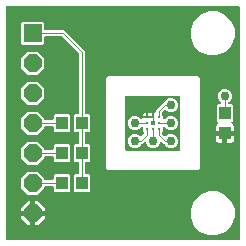
<source format=gbr>
G04 EAGLE Gerber RS-274X export*
G75*
%MOMM*%
%FSLAX34Y34*%
%LPD*%
%INTop Copper*%
%IPPOS*%
%AMOC8*
5,1,8,0,0,1.08239X$1,22.5*%
G01*
%ADD10R,0.381000X0.381000*%
%ADD11C,0.300000*%
%ADD12R,1.000000X1.100000*%
%ADD13R,1.524000X1.524000*%
%ADD14P,1.649562X8X22.500000*%
%ADD15C,0.101600*%
%ADD16C,0.762000*%

G36*
X199702Y2549D02*
X199702Y2549D01*
X199760Y2547D01*
X199842Y2569D01*
X199926Y2581D01*
X199979Y2604D01*
X200035Y2619D01*
X200108Y2662D01*
X200185Y2697D01*
X200230Y2735D01*
X200280Y2764D01*
X200338Y2826D01*
X200402Y2880D01*
X200434Y2929D01*
X200474Y2972D01*
X200513Y3047D01*
X200560Y3117D01*
X200577Y3173D01*
X200604Y3225D01*
X200615Y3293D01*
X200645Y3388D01*
X200648Y3488D01*
X200659Y3556D01*
X200659Y199644D01*
X200651Y199702D01*
X200653Y199760D01*
X200631Y199842D01*
X200619Y199926D01*
X200596Y199979D01*
X200581Y200035D01*
X200538Y200108D01*
X200503Y200185D01*
X200465Y200230D01*
X200436Y200280D01*
X200374Y200338D01*
X200320Y200402D01*
X200271Y200434D01*
X200228Y200474D01*
X200153Y200513D01*
X200083Y200560D01*
X200027Y200577D01*
X199975Y200604D01*
X199907Y200615D01*
X199812Y200645D01*
X199712Y200648D01*
X199644Y200659D01*
X3556Y200659D01*
X3498Y200651D01*
X3440Y200653D01*
X3358Y200631D01*
X3274Y200619D01*
X3221Y200596D01*
X3165Y200581D01*
X3092Y200538D01*
X3015Y200503D01*
X2970Y200465D01*
X2920Y200436D01*
X2862Y200374D01*
X2798Y200320D01*
X2766Y200271D01*
X2726Y200228D01*
X2687Y200153D01*
X2640Y200083D01*
X2623Y200027D01*
X2596Y199975D01*
X2585Y199907D01*
X2555Y199812D01*
X2552Y199712D01*
X2541Y199644D01*
X2541Y3556D01*
X2549Y3498D01*
X2547Y3440D01*
X2569Y3358D01*
X2581Y3274D01*
X2604Y3221D01*
X2619Y3165D01*
X2662Y3092D01*
X2697Y3015D01*
X2735Y2970D01*
X2764Y2920D01*
X2826Y2862D01*
X2880Y2798D01*
X2929Y2766D01*
X2972Y2726D01*
X3047Y2687D01*
X3117Y2640D01*
X3173Y2623D01*
X3225Y2596D01*
X3293Y2585D01*
X3388Y2555D01*
X3488Y2552D01*
X3556Y2541D01*
X199644Y2541D01*
X199702Y2549D01*
G37*
%LPC*%
G36*
X88693Y62102D02*
X88693Y62102D01*
X87502Y63293D01*
X87502Y77458D01*
X87503Y77464D01*
X87503Y125737D01*
X87502Y125745D01*
X87502Y139907D01*
X88693Y141098D01*
X165307Y141098D01*
X166498Y139907D01*
X166498Y63293D01*
X165307Y62102D01*
X88693Y62102D01*
G37*
%LPD*%
G36*
X149411Y78241D02*
X149411Y78241D01*
X149469Y78239D01*
X149551Y78261D01*
X149635Y78273D01*
X149688Y78296D01*
X149744Y78311D01*
X149817Y78354D01*
X149894Y78389D01*
X149939Y78427D01*
X149989Y78456D01*
X150047Y78518D01*
X150111Y78572D01*
X150143Y78621D01*
X150183Y78664D01*
X150222Y78739D01*
X150269Y78809D01*
X150286Y78865D01*
X150313Y78917D01*
X150324Y78985D01*
X150354Y79080D01*
X150357Y79180D01*
X150368Y79248D01*
X150368Y123953D01*
X150360Y124011D01*
X150362Y124069D01*
X150340Y124151D01*
X150328Y124235D01*
X150305Y124288D01*
X150290Y124344D01*
X150247Y124417D01*
X150212Y124494D01*
X150174Y124539D01*
X150145Y124589D01*
X150083Y124647D01*
X150029Y124711D01*
X149980Y124743D01*
X149937Y124783D01*
X149862Y124822D01*
X149792Y124869D01*
X149736Y124886D01*
X149684Y124913D01*
X149616Y124924D01*
X149521Y124954D01*
X149421Y124957D01*
X149353Y124968D01*
X104648Y124968D01*
X104590Y124960D01*
X104532Y124962D01*
X104450Y124940D01*
X104366Y124928D01*
X104313Y124905D01*
X104257Y124890D01*
X104184Y124847D01*
X104107Y124812D01*
X104062Y124774D01*
X104012Y124745D01*
X103954Y124683D01*
X103890Y124629D01*
X103858Y124580D01*
X103818Y124537D01*
X103779Y124462D01*
X103732Y124392D01*
X103715Y124336D01*
X103688Y124284D01*
X103677Y124216D01*
X103647Y124121D01*
X103644Y124021D01*
X103633Y123953D01*
X103633Y79248D01*
X103641Y79190D01*
X103639Y79132D01*
X103661Y79050D01*
X103673Y78966D01*
X103696Y78913D01*
X103711Y78857D01*
X103754Y78784D01*
X103789Y78707D01*
X103827Y78662D01*
X103856Y78612D01*
X103918Y78554D01*
X103972Y78490D01*
X104021Y78458D01*
X104064Y78418D01*
X104139Y78379D01*
X104209Y78332D01*
X104265Y78315D01*
X104317Y78288D01*
X104385Y78277D01*
X104480Y78247D01*
X104580Y78244D01*
X104648Y78233D01*
X149353Y78233D01*
X149411Y78241D01*
G37*
%LPC*%
G36*
X61078Y43267D02*
X61078Y43267D01*
X59887Y44458D01*
X59887Y57142D01*
X61078Y58333D01*
X63364Y58333D01*
X63422Y58341D01*
X63480Y58339D01*
X63562Y58361D01*
X63646Y58373D01*
X63699Y58396D01*
X63755Y58411D01*
X63828Y58454D01*
X63905Y58489D01*
X63950Y58527D01*
X64000Y58556D01*
X64058Y58618D01*
X64122Y58672D01*
X64154Y58721D01*
X64194Y58764D01*
X64233Y58839D01*
X64280Y58909D01*
X64297Y58965D01*
X64324Y59017D01*
X64335Y59085D01*
X64365Y59180D01*
X64368Y59280D01*
X64379Y59348D01*
X64379Y67652D01*
X64371Y67710D01*
X64373Y67768D01*
X64351Y67850D01*
X64339Y67934D01*
X64316Y67987D01*
X64301Y68043D01*
X64258Y68116D01*
X64223Y68193D01*
X64185Y68238D01*
X64156Y68288D01*
X64094Y68346D01*
X64040Y68410D01*
X63991Y68442D01*
X63948Y68482D01*
X63873Y68521D01*
X63803Y68568D01*
X63747Y68585D01*
X63695Y68612D01*
X63627Y68623D01*
X63532Y68653D01*
X63432Y68656D01*
X63364Y68667D01*
X61078Y68667D01*
X59887Y69858D01*
X59887Y82542D01*
X61078Y83733D01*
X63364Y83733D01*
X63422Y83741D01*
X63480Y83739D01*
X63562Y83761D01*
X63646Y83773D01*
X63699Y83796D01*
X63755Y83811D01*
X63828Y83854D01*
X63905Y83889D01*
X63950Y83927D01*
X64000Y83956D01*
X64058Y84018D01*
X64122Y84072D01*
X64154Y84121D01*
X64194Y84164D01*
X64233Y84239D01*
X64280Y84309D01*
X64297Y84365D01*
X64324Y84417D01*
X64335Y84485D01*
X64365Y84580D01*
X64368Y84680D01*
X64379Y84748D01*
X64379Y93052D01*
X64371Y93110D01*
X64373Y93168D01*
X64351Y93250D01*
X64339Y93334D01*
X64316Y93387D01*
X64301Y93443D01*
X64258Y93516D01*
X64223Y93593D01*
X64185Y93638D01*
X64156Y93688D01*
X64094Y93746D01*
X64040Y93810D01*
X63991Y93842D01*
X63948Y93882D01*
X63873Y93921D01*
X63803Y93968D01*
X63747Y93985D01*
X63695Y94012D01*
X63627Y94023D01*
X63532Y94053D01*
X63432Y94056D01*
X63364Y94067D01*
X61078Y94067D01*
X59887Y95258D01*
X59887Y107942D01*
X61078Y109133D01*
X63364Y109133D01*
X63422Y109141D01*
X63480Y109139D01*
X63562Y109161D01*
X63646Y109173D01*
X63699Y109196D01*
X63755Y109211D01*
X63828Y109254D01*
X63905Y109289D01*
X63950Y109327D01*
X64000Y109356D01*
X64058Y109418D01*
X64122Y109472D01*
X64154Y109521D01*
X64194Y109564D01*
X64233Y109639D01*
X64280Y109709D01*
X64297Y109765D01*
X64324Y109817D01*
X64335Y109885D01*
X64365Y109980D01*
X64368Y110080D01*
X64379Y110148D01*
X64379Y160207D01*
X64367Y160294D01*
X64364Y160381D01*
X64347Y160434D01*
X64339Y160489D01*
X64304Y160568D01*
X64277Y160652D01*
X64249Y160691D01*
X64223Y160748D01*
X64127Y160861D01*
X64082Y160925D01*
X50045Y174962D01*
X49975Y175014D01*
X49911Y175074D01*
X49862Y175100D01*
X49818Y175133D01*
X49736Y175164D01*
X49658Y175204D01*
X49611Y175212D01*
X49552Y175234D01*
X49404Y175246D01*
X49327Y175259D01*
X36068Y175259D01*
X36010Y175251D01*
X35952Y175253D01*
X35870Y175231D01*
X35786Y175219D01*
X35733Y175196D01*
X35677Y175181D01*
X35604Y175138D01*
X35527Y175103D01*
X35482Y175065D01*
X35432Y175036D01*
X35374Y174974D01*
X35310Y174920D01*
X35278Y174871D01*
X35238Y174828D01*
X35199Y174753D01*
X35152Y174683D01*
X35135Y174627D01*
X35108Y174575D01*
X35097Y174507D01*
X35067Y174412D01*
X35064Y174312D01*
X35053Y174244D01*
X35053Y169338D01*
X33862Y168147D01*
X16938Y168147D01*
X15747Y169338D01*
X15747Y186262D01*
X16938Y187453D01*
X33862Y187453D01*
X35053Y186262D01*
X35053Y181356D01*
X35061Y181298D01*
X35059Y181240D01*
X35081Y181158D01*
X35093Y181074D01*
X35116Y181021D01*
X35131Y180965D01*
X35174Y180892D01*
X35209Y180815D01*
X35247Y180770D01*
X35276Y180720D01*
X35338Y180662D01*
X35392Y180598D01*
X35441Y180566D01*
X35484Y180526D01*
X35559Y180487D01*
X35629Y180440D01*
X35685Y180423D01*
X35737Y180396D01*
X35805Y180385D01*
X35900Y180355D01*
X36000Y180352D01*
X36068Y180341D01*
X51852Y180341D01*
X69461Y162732D01*
X69461Y110148D01*
X69469Y110092D01*
X69467Y110041D01*
X69468Y110040D01*
X69467Y110032D01*
X69489Y109950D01*
X69501Y109866D01*
X69524Y109813D01*
X69539Y109757D01*
X69582Y109684D01*
X69617Y109607D01*
X69655Y109562D01*
X69684Y109512D01*
X69746Y109454D01*
X69800Y109390D01*
X69849Y109358D01*
X69892Y109318D01*
X69967Y109279D01*
X70037Y109232D01*
X70093Y109215D01*
X70145Y109188D01*
X70213Y109177D01*
X70308Y109147D01*
X70408Y109144D01*
X70476Y109133D01*
X72762Y109133D01*
X73953Y107942D01*
X73953Y95258D01*
X72762Y94067D01*
X70476Y94067D01*
X70418Y94059D01*
X70360Y94061D01*
X70278Y94039D01*
X70194Y94027D01*
X70141Y94004D01*
X70085Y93989D01*
X70012Y93946D01*
X69935Y93911D01*
X69890Y93873D01*
X69840Y93844D01*
X69782Y93782D01*
X69718Y93728D01*
X69686Y93679D01*
X69646Y93636D01*
X69607Y93561D01*
X69560Y93491D01*
X69543Y93435D01*
X69516Y93383D01*
X69505Y93315D01*
X69475Y93220D01*
X69472Y93120D01*
X69461Y93052D01*
X69461Y84748D01*
X69468Y84694D01*
X69467Y84660D01*
X69468Y84657D01*
X69467Y84632D01*
X69489Y84550D01*
X69501Y84466D01*
X69524Y84413D01*
X69539Y84357D01*
X69582Y84284D01*
X69617Y84207D01*
X69655Y84162D01*
X69684Y84112D01*
X69746Y84054D01*
X69800Y83990D01*
X69849Y83958D01*
X69892Y83918D01*
X69967Y83879D01*
X70037Y83832D01*
X70093Y83815D01*
X70145Y83788D01*
X70213Y83777D01*
X70308Y83747D01*
X70408Y83744D01*
X70476Y83733D01*
X72762Y83733D01*
X73953Y82542D01*
X73953Y69858D01*
X72762Y68667D01*
X70476Y68667D01*
X70418Y68659D01*
X70360Y68661D01*
X70278Y68639D01*
X70194Y68627D01*
X70141Y68604D01*
X70085Y68589D01*
X70012Y68546D01*
X69935Y68511D01*
X69890Y68473D01*
X69840Y68444D01*
X69782Y68382D01*
X69718Y68328D01*
X69686Y68279D01*
X69646Y68236D01*
X69607Y68161D01*
X69560Y68091D01*
X69543Y68035D01*
X69516Y67983D01*
X69505Y67915D01*
X69475Y67820D01*
X69472Y67720D01*
X69461Y67652D01*
X69461Y59348D01*
X69468Y59297D01*
X69467Y59278D01*
X69469Y59274D01*
X69467Y59232D01*
X69489Y59150D01*
X69501Y59066D01*
X69524Y59013D01*
X69539Y58957D01*
X69582Y58884D01*
X69617Y58807D01*
X69655Y58762D01*
X69684Y58712D01*
X69746Y58654D01*
X69800Y58590D01*
X69849Y58558D01*
X69892Y58518D01*
X69967Y58479D01*
X70037Y58432D01*
X70093Y58415D01*
X70145Y58388D01*
X70213Y58377D01*
X70308Y58347D01*
X70408Y58344D01*
X70476Y58333D01*
X72762Y58333D01*
X73953Y57142D01*
X73953Y44458D01*
X72762Y43267D01*
X61078Y43267D01*
G37*
%LPD*%
%LPC*%
G36*
X174112Y159259D02*
X174112Y159259D01*
X167297Y162082D01*
X162082Y167297D01*
X159259Y174112D01*
X159259Y181488D01*
X162082Y188303D01*
X167297Y193518D01*
X174112Y196341D01*
X181488Y196341D01*
X188303Y193518D01*
X193518Y188303D01*
X196341Y181488D01*
X196341Y174112D01*
X193518Y167297D01*
X188303Y162082D01*
X181488Y159259D01*
X174112Y159259D01*
G37*
%LPD*%
%LPC*%
G36*
X174112Y6859D02*
X174112Y6859D01*
X167297Y9682D01*
X162082Y14897D01*
X159259Y21712D01*
X159259Y29088D01*
X162082Y35903D01*
X167297Y41118D01*
X174112Y43941D01*
X181488Y43941D01*
X188303Y41118D01*
X193518Y35903D01*
X196341Y29088D01*
X196341Y21712D01*
X193518Y14897D01*
X188303Y9682D01*
X181488Y6859D01*
X174112Y6859D01*
G37*
%LPD*%
%LPC*%
G36*
X110598Y80517D02*
X110598Y80517D01*
X108450Y81407D01*
X106807Y83050D01*
X105917Y85198D01*
X105917Y87522D01*
X106807Y89670D01*
X108450Y91313D01*
X110598Y92203D01*
X112922Y92203D01*
X115070Y91313D01*
X115917Y90466D01*
X115964Y90431D01*
X116004Y90388D01*
X116077Y90346D01*
X116144Y90295D01*
X116199Y90274D01*
X116249Y90245D01*
X116331Y90224D01*
X116410Y90194D01*
X116468Y90189D01*
X116525Y90175D01*
X116609Y90177D01*
X116693Y90170D01*
X116750Y90182D01*
X116809Y90184D01*
X116889Y90210D01*
X116972Y90226D01*
X117024Y90253D01*
X117079Y90271D01*
X117136Y90311D01*
X117224Y90357D01*
X117297Y90426D01*
X117353Y90466D01*
X119162Y92275D01*
X119214Y92345D01*
X119274Y92409D01*
X119300Y92458D01*
X119333Y92502D01*
X119364Y92584D01*
X119404Y92662D01*
X119412Y92709D01*
X119434Y92768D01*
X119446Y92916D01*
X119459Y92993D01*
X119459Y93724D01*
X119447Y93811D01*
X119444Y93898D01*
X119427Y93951D01*
X119419Y94006D01*
X119384Y94085D01*
X119357Y94169D01*
X119329Y94208D01*
X119303Y94265D01*
X119207Y94378D01*
X119162Y94442D01*
X118467Y95137D01*
X118467Y97593D01*
X118463Y97622D01*
X118466Y97652D01*
X118443Y97763D01*
X118427Y97875D01*
X118415Y97902D01*
X118410Y97930D01*
X118357Y98031D01*
X118311Y98134D01*
X118292Y98157D01*
X118279Y98183D01*
X118201Y98265D01*
X118128Y98351D01*
X118103Y98368D01*
X118083Y98389D01*
X117985Y98446D01*
X117891Y98509D01*
X117863Y98518D01*
X117838Y98533D01*
X117728Y98560D01*
X117620Y98595D01*
X117590Y98595D01*
X117562Y98603D01*
X117449Y98599D01*
X117336Y98602D01*
X117307Y98595D01*
X117278Y98594D01*
X117170Y98559D01*
X117061Y98530D01*
X117035Y98515D01*
X117007Y98506D01*
X116944Y98461D01*
X116816Y98385D01*
X116773Y98339D01*
X116734Y98311D01*
X115070Y96647D01*
X112922Y95757D01*
X110598Y95757D01*
X108450Y96647D01*
X106807Y98290D01*
X105917Y100438D01*
X105917Y102762D01*
X106807Y104910D01*
X108450Y106553D01*
X110598Y107443D01*
X112922Y107443D01*
X115070Y106553D01*
X116226Y105397D01*
X116250Y105379D01*
X116269Y105357D01*
X116363Y105294D01*
X116453Y105226D01*
X116481Y105215D01*
X116505Y105199D01*
X116613Y105165D01*
X116719Y105125D01*
X116748Y105122D01*
X116776Y105113D01*
X116890Y105110D01*
X117002Y105101D01*
X117031Y105107D01*
X117060Y105106D01*
X117170Y105135D01*
X117281Y105157D01*
X117307Y105170D01*
X117335Y105178D01*
X117433Y105236D01*
X117533Y105288D01*
X117555Y105308D01*
X117580Y105323D01*
X117657Y105406D01*
X117739Y105484D01*
X117754Y105509D01*
X117774Y105530D01*
X117802Y105585D01*
X122000Y105585D01*
X127000Y105585D01*
X127058Y105593D01*
X127116Y105591D01*
X127198Y105613D01*
X127281Y105624D01*
X127335Y105648D01*
X127391Y105663D01*
X127464Y105706D01*
X127541Y105741D01*
X127585Y105778D01*
X127635Y105808D01*
X127693Y105870D01*
X127758Y105924D01*
X127790Y105973D01*
X127830Y106016D01*
X127868Y106091D01*
X127915Y106161D01*
X127933Y106217D01*
X127959Y106269D01*
X127971Y106337D01*
X128001Y106432D01*
X128004Y106532D01*
X128015Y106600D01*
X128007Y106658D01*
X128008Y106716D01*
X127987Y106798D01*
X127975Y106882D01*
X127951Y106935D01*
X127936Y106992D01*
X127908Y107039D01*
X127947Y107109D01*
X127952Y107127D01*
X127960Y107143D01*
X127972Y107214D01*
X128012Y107386D01*
X128008Y107430D01*
X128015Y107474D01*
X128015Y110511D01*
X128181Y110467D01*
X128230Y110461D01*
X128276Y110446D01*
X128370Y110444D01*
X128463Y110432D01*
X128512Y110440D01*
X128560Y110439D01*
X128651Y110463D01*
X128744Y110477D01*
X128788Y110498D01*
X128835Y110511D01*
X128916Y110559D01*
X129001Y110599D01*
X129038Y110631D01*
X129080Y110656D01*
X129144Y110724D01*
X129215Y110786D01*
X129241Y110828D01*
X129274Y110863D01*
X129317Y110947D01*
X129368Y111026D01*
X129382Y111073D01*
X129404Y111116D01*
X129416Y111189D01*
X129448Y111299D01*
X129449Y111386D01*
X129459Y111447D01*
X129459Y112732D01*
X136108Y119381D01*
X136290Y119381D01*
X136291Y119381D01*
X136293Y119381D01*
X136434Y119401D01*
X136571Y119421D01*
X136573Y119421D01*
X136574Y119421D01*
X136703Y119479D01*
X136831Y119537D01*
X136832Y119538D01*
X136834Y119539D01*
X136943Y119632D01*
X137048Y119720D01*
X137049Y119722D01*
X137050Y119723D01*
X137058Y119736D01*
X137205Y119957D01*
X137215Y119986D01*
X137228Y120008D01*
X137287Y120150D01*
X138930Y121793D01*
X141078Y122683D01*
X143402Y122683D01*
X145550Y121793D01*
X147193Y120150D01*
X148083Y118002D01*
X148083Y115678D01*
X147193Y113530D01*
X145550Y111887D01*
X143402Y110997D01*
X141078Y110997D01*
X138930Y111887D01*
X138083Y112734D01*
X138036Y112769D01*
X137996Y112812D01*
X137923Y112854D01*
X137856Y112905D01*
X137801Y112926D01*
X137751Y112955D01*
X137669Y112976D01*
X137590Y113006D01*
X137532Y113011D01*
X137475Y113025D01*
X137391Y113023D01*
X137307Y113030D01*
X137250Y113018D01*
X137191Y113016D01*
X137111Y112990D01*
X137028Y112974D01*
X136976Y112947D01*
X136921Y112929D01*
X136864Y112889D01*
X136776Y112843D01*
X136703Y112774D01*
X136647Y112734D01*
X134838Y110925D01*
X134786Y110855D01*
X134726Y110791D01*
X134700Y110742D01*
X134667Y110698D01*
X134636Y110616D01*
X134596Y110538D01*
X134588Y110491D01*
X134566Y110432D01*
X134558Y110335D01*
X134555Y110325D01*
X134554Y110284D01*
X134541Y110207D01*
X134541Y109476D01*
X134553Y109389D01*
X134556Y109302D01*
X134573Y109249D01*
X134581Y109194D01*
X134616Y109115D01*
X134643Y109031D01*
X134671Y108992D01*
X134697Y108935D01*
X134793Y108822D01*
X134838Y108758D01*
X135533Y108063D01*
X135533Y105607D01*
X135537Y105578D01*
X135534Y105548D01*
X135557Y105437D01*
X135573Y105325D01*
X135585Y105298D01*
X135590Y105270D01*
X135643Y105169D01*
X135689Y105066D01*
X135708Y105043D01*
X135721Y105017D01*
X135799Y104935D01*
X135872Y104849D01*
X135897Y104832D01*
X135917Y104811D01*
X136015Y104754D01*
X136109Y104691D01*
X136137Y104682D01*
X136162Y104667D01*
X136272Y104640D01*
X136380Y104605D01*
X136410Y104605D01*
X136438Y104597D01*
X136551Y104601D01*
X136664Y104598D01*
X136693Y104605D01*
X136722Y104606D01*
X136830Y104641D01*
X136939Y104670D01*
X136965Y104685D01*
X136993Y104694D01*
X137056Y104739D01*
X137184Y104815D01*
X137227Y104861D01*
X137266Y104889D01*
X138930Y106553D01*
X141078Y107443D01*
X143402Y107443D01*
X145550Y106553D01*
X147193Y104910D01*
X148083Y102762D01*
X148083Y100438D01*
X147193Y98290D01*
X145550Y96647D01*
X143402Y95757D01*
X141078Y95757D01*
X138930Y96647D01*
X137266Y98311D01*
X137242Y98329D01*
X137223Y98351D01*
X137129Y98414D01*
X137039Y98482D01*
X137011Y98493D01*
X136987Y98509D01*
X136879Y98543D01*
X136773Y98583D01*
X136744Y98586D01*
X136716Y98595D01*
X136602Y98598D01*
X136490Y98607D01*
X136461Y98601D01*
X136432Y98602D01*
X136322Y98573D01*
X136211Y98551D01*
X136185Y98538D01*
X136157Y98530D01*
X136059Y98472D01*
X135959Y98420D01*
X135937Y98400D01*
X135912Y98385D01*
X135835Y98302D01*
X135753Y98224D01*
X135738Y98199D01*
X135718Y98178D01*
X135666Y98077D01*
X135609Y97979D01*
X135602Y97951D01*
X135588Y97924D01*
X135575Y97847D01*
X135539Y97704D01*
X135541Y97641D01*
X135533Y97593D01*
X135533Y95137D01*
X134918Y94522D01*
X134866Y94452D01*
X134806Y94388D01*
X134780Y94339D01*
X134747Y94295D01*
X134716Y94213D01*
X134676Y94135D01*
X134668Y94088D01*
X134646Y94029D01*
X134634Y93881D01*
X134621Y93804D01*
X134621Y92913D01*
X134633Y92826D01*
X134636Y92739D01*
X134653Y92686D01*
X134661Y92631D01*
X134696Y92552D01*
X134723Y92468D01*
X134751Y92429D01*
X134777Y92372D01*
X134835Y92303D01*
X134859Y92262D01*
X134892Y92232D01*
X134918Y92195D01*
X136647Y90466D01*
X136694Y90431D01*
X136734Y90388D01*
X136807Y90346D01*
X136874Y90295D01*
X136929Y90274D01*
X136980Y90245D01*
X137061Y90224D01*
X137140Y90194D01*
X137198Y90189D01*
X137255Y90175D01*
X137339Y90177D01*
X137423Y90170D01*
X137481Y90182D01*
X137539Y90184D01*
X137620Y90210D01*
X137702Y90226D01*
X137754Y90253D01*
X137810Y90271D01*
X137866Y90311D01*
X137954Y90357D01*
X138027Y90426D01*
X138083Y90466D01*
X138930Y91313D01*
X141078Y92203D01*
X143402Y92203D01*
X145550Y91313D01*
X147193Y89670D01*
X148083Y87522D01*
X148083Y85198D01*
X147193Y83050D01*
X145550Y81407D01*
X143402Y80517D01*
X141078Y80517D01*
X138930Y81407D01*
X137287Y83050D01*
X137228Y83192D01*
X137227Y83194D01*
X137227Y83195D01*
X137157Y83313D01*
X137083Y83437D01*
X137082Y83438D01*
X137081Y83440D01*
X136980Y83535D01*
X136877Y83633D01*
X136875Y83633D01*
X136874Y83634D01*
X136752Y83697D01*
X136624Y83763D01*
X136622Y83763D01*
X136621Y83764D01*
X136606Y83766D01*
X136345Y83818D01*
X136315Y83815D01*
X136290Y83819D01*
X136108Y83819D01*
X134470Y85457D01*
X134378Y85526D01*
X134290Y85600D01*
X134265Y85611D01*
X134242Y85628D01*
X134135Y85669D01*
X134030Y85716D01*
X134003Y85719D01*
X133977Y85729D01*
X133862Y85739D01*
X133749Y85755D01*
X133721Y85751D01*
X133693Y85753D01*
X133581Y85730D01*
X133467Y85714D01*
X133442Y85703D01*
X133415Y85697D01*
X133313Y85644D01*
X133208Y85597D01*
X133187Y85579D01*
X133162Y85566D01*
X133079Y85487D01*
X132992Y85413D01*
X132979Y85391D01*
X132956Y85370D01*
X132822Y85141D01*
X132814Y85128D01*
X131953Y83050D01*
X130310Y81407D01*
X128162Y80517D01*
X125838Y80517D01*
X123690Y81407D01*
X122047Y83050D01*
X121186Y85128D01*
X121128Y85227D01*
X121075Y85329D01*
X121056Y85349D01*
X121042Y85373D01*
X120958Y85451D01*
X120879Y85535D01*
X120855Y85549D01*
X120835Y85568D01*
X120733Y85621D01*
X120634Y85679D01*
X120607Y85685D01*
X120582Y85698D01*
X120469Y85720D01*
X120358Y85749D01*
X120331Y85748D01*
X120303Y85753D01*
X120189Y85743D01*
X120074Y85740D01*
X120048Y85731D01*
X120020Y85729D01*
X119913Y85687D01*
X119804Y85652D01*
X119783Y85638D01*
X119755Y85627D01*
X119543Y85466D01*
X119530Y85457D01*
X117892Y83819D01*
X117710Y83819D01*
X117709Y83819D01*
X117707Y83819D01*
X117566Y83799D01*
X117429Y83779D01*
X117427Y83779D01*
X117426Y83779D01*
X117296Y83720D01*
X117169Y83663D01*
X117168Y83662D01*
X117166Y83661D01*
X117057Y83568D01*
X116952Y83480D01*
X116951Y83478D01*
X116950Y83477D01*
X116942Y83464D01*
X116795Y83243D01*
X116785Y83214D01*
X116772Y83192D01*
X116713Y83050D01*
X115070Y81407D01*
X112922Y80517D01*
X110598Y80517D01*
G37*
%LPD*%
%LPC*%
G36*
X21402Y91947D02*
X21402Y91947D01*
X15747Y97602D01*
X15747Y105598D01*
X21402Y111253D01*
X29398Y111253D01*
X35053Y105598D01*
X35053Y105156D01*
X35061Y105098D01*
X35059Y105040D01*
X35081Y104958D01*
X35093Y104874D01*
X35116Y104821D01*
X35131Y104765D01*
X35174Y104692D01*
X35209Y104615D01*
X35247Y104570D01*
X35276Y104520D01*
X35338Y104462D01*
X35392Y104398D01*
X35441Y104366D01*
X35484Y104326D01*
X35559Y104287D01*
X35629Y104240D01*
X35685Y104223D01*
X35737Y104196D01*
X35805Y104185D01*
X35900Y104155D01*
X36000Y104152D01*
X36068Y104141D01*
X41872Y104141D01*
X41930Y104149D01*
X41988Y104147D01*
X42070Y104169D01*
X42154Y104181D01*
X42207Y104204D01*
X42263Y104219D01*
X42336Y104262D01*
X42413Y104297D01*
X42458Y104335D01*
X42508Y104364D01*
X42566Y104426D01*
X42630Y104480D01*
X42662Y104529D01*
X42702Y104572D01*
X42741Y104647D01*
X42788Y104717D01*
X42805Y104773D01*
X42832Y104825D01*
X42843Y104893D01*
X42873Y104988D01*
X42876Y105088D01*
X42887Y105156D01*
X42887Y107942D01*
X44078Y109133D01*
X55762Y109133D01*
X56953Y107942D01*
X56953Y95258D01*
X55762Y94067D01*
X44078Y94067D01*
X42887Y95258D01*
X42887Y98044D01*
X42879Y98102D01*
X42881Y98160D01*
X42859Y98242D01*
X42847Y98326D01*
X42824Y98379D01*
X42809Y98435D01*
X42766Y98508D01*
X42731Y98585D01*
X42693Y98630D01*
X42664Y98680D01*
X42602Y98738D01*
X42548Y98802D01*
X42499Y98834D01*
X42456Y98874D01*
X42381Y98913D01*
X42311Y98960D01*
X42255Y98977D01*
X42203Y99004D01*
X42135Y99015D01*
X42040Y99045D01*
X41940Y99048D01*
X41872Y99059D01*
X36068Y99059D01*
X36010Y99051D01*
X35952Y99053D01*
X35870Y99031D01*
X35786Y99019D01*
X35733Y98996D01*
X35677Y98981D01*
X35604Y98938D01*
X35527Y98903D01*
X35482Y98865D01*
X35432Y98836D01*
X35374Y98774D01*
X35310Y98720D01*
X35278Y98671D01*
X35238Y98628D01*
X35199Y98553D01*
X35152Y98483D01*
X35135Y98427D01*
X35108Y98375D01*
X35097Y98307D01*
X35067Y98212D01*
X35064Y98112D01*
X35053Y98044D01*
X35053Y97602D01*
X29398Y91947D01*
X21402Y91947D01*
G37*
%LPD*%
%LPC*%
G36*
X21402Y66547D02*
X21402Y66547D01*
X15747Y72202D01*
X15747Y80198D01*
X21402Y85853D01*
X29398Y85853D01*
X35053Y80198D01*
X35053Y79756D01*
X35061Y79698D01*
X35059Y79640D01*
X35081Y79558D01*
X35093Y79474D01*
X35116Y79421D01*
X35131Y79365D01*
X35174Y79292D01*
X35209Y79215D01*
X35247Y79170D01*
X35276Y79120D01*
X35338Y79062D01*
X35392Y78998D01*
X35441Y78966D01*
X35484Y78926D01*
X35559Y78887D01*
X35629Y78840D01*
X35685Y78823D01*
X35737Y78796D01*
X35805Y78785D01*
X35900Y78755D01*
X36000Y78752D01*
X36068Y78741D01*
X41872Y78741D01*
X41930Y78749D01*
X41988Y78747D01*
X42070Y78769D01*
X42154Y78781D01*
X42207Y78804D01*
X42263Y78819D01*
X42336Y78862D01*
X42413Y78897D01*
X42458Y78935D01*
X42508Y78964D01*
X42566Y79026D01*
X42630Y79080D01*
X42662Y79129D01*
X42702Y79172D01*
X42741Y79247D01*
X42788Y79317D01*
X42805Y79373D01*
X42832Y79425D01*
X42843Y79493D01*
X42873Y79588D01*
X42876Y79688D01*
X42887Y79756D01*
X42887Y82542D01*
X44078Y83733D01*
X55762Y83733D01*
X56953Y82542D01*
X56953Y69858D01*
X55762Y68667D01*
X44078Y68667D01*
X42887Y69858D01*
X42887Y72644D01*
X42880Y72694D01*
X42881Y72709D01*
X42879Y72714D01*
X42881Y72760D01*
X42859Y72842D01*
X42847Y72926D01*
X42824Y72979D01*
X42809Y73035D01*
X42766Y73108D01*
X42731Y73185D01*
X42693Y73230D01*
X42664Y73280D01*
X42602Y73338D01*
X42548Y73402D01*
X42499Y73434D01*
X42456Y73474D01*
X42381Y73513D01*
X42311Y73560D01*
X42255Y73577D01*
X42203Y73604D01*
X42135Y73615D01*
X42040Y73645D01*
X41940Y73648D01*
X41872Y73659D01*
X36068Y73659D01*
X36010Y73651D01*
X35952Y73653D01*
X35870Y73631D01*
X35786Y73619D01*
X35733Y73596D01*
X35677Y73581D01*
X35604Y73538D01*
X35527Y73503D01*
X35482Y73465D01*
X35432Y73436D01*
X35374Y73374D01*
X35310Y73320D01*
X35278Y73271D01*
X35238Y73228D01*
X35199Y73153D01*
X35152Y73083D01*
X35135Y73027D01*
X35108Y72975D01*
X35097Y72907D01*
X35067Y72812D01*
X35064Y72712D01*
X35053Y72644D01*
X35053Y72202D01*
X29398Y66547D01*
X21402Y66547D01*
G37*
%LPD*%
%LPC*%
G36*
X21402Y41147D02*
X21402Y41147D01*
X15747Y46802D01*
X15747Y54798D01*
X21402Y60453D01*
X29398Y60453D01*
X35053Y54798D01*
X35053Y54356D01*
X35061Y54298D01*
X35059Y54240D01*
X35081Y54158D01*
X35093Y54074D01*
X35116Y54021D01*
X35131Y53965D01*
X35174Y53892D01*
X35209Y53815D01*
X35247Y53770D01*
X35276Y53720D01*
X35338Y53662D01*
X35392Y53598D01*
X35441Y53566D01*
X35484Y53526D01*
X35559Y53487D01*
X35629Y53440D01*
X35685Y53423D01*
X35737Y53396D01*
X35805Y53385D01*
X35900Y53355D01*
X36000Y53352D01*
X36068Y53341D01*
X41872Y53341D01*
X41930Y53349D01*
X41988Y53347D01*
X42070Y53369D01*
X42154Y53381D01*
X42207Y53404D01*
X42263Y53419D01*
X42336Y53462D01*
X42413Y53497D01*
X42458Y53535D01*
X42508Y53564D01*
X42566Y53626D01*
X42630Y53680D01*
X42662Y53729D01*
X42702Y53772D01*
X42741Y53847D01*
X42788Y53917D01*
X42805Y53973D01*
X42832Y54025D01*
X42843Y54093D01*
X42873Y54188D01*
X42876Y54288D01*
X42887Y54356D01*
X42887Y57142D01*
X44078Y58333D01*
X55762Y58333D01*
X56953Y57142D01*
X56953Y44458D01*
X55762Y43267D01*
X44078Y43267D01*
X42887Y44458D01*
X42887Y47244D01*
X42880Y47297D01*
X42881Y47328D01*
X42880Y47331D01*
X42881Y47360D01*
X42859Y47442D01*
X42847Y47526D01*
X42824Y47579D01*
X42809Y47635D01*
X42766Y47708D01*
X42731Y47785D01*
X42693Y47830D01*
X42664Y47880D01*
X42602Y47938D01*
X42548Y48002D01*
X42499Y48034D01*
X42456Y48074D01*
X42381Y48113D01*
X42311Y48160D01*
X42255Y48177D01*
X42203Y48204D01*
X42135Y48215D01*
X42040Y48245D01*
X41940Y48248D01*
X41872Y48259D01*
X36068Y48259D01*
X36010Y48251D01*
X35952Y48253D01*
X35870Y48231D01*
X35786Y48219D01*
X35733Y48196D01*
X35677Y48181D01*
X35604Y48138D01*
X35527Y48103D01*
X35482Y48065D01*
X35432Y48036D01*
X35374Y47974D01*
X35310Y47920D01*
X35278Y47871D01*
X35238Y47828D01*
X35199Y47753D01*
X35152Y47683D01*
X35135Y47627D01*
X35108Y47575D01*
X35097Y47507D01*
X35067Y47412D01*
X35064Y47312D01*
X35053Y47244D01*
X35053Y46802D01*
X29398Y41147D01*
X21402Y41147D01*
G37*
%LPD*%
%LPC*%
G36*
X187959Y93099D02*
X187959Y93099D01*
X187959Y94116D01*
X187951Y94174D01*
X187952Y94232D01*
X187931Y94314D01*
X187919Y94397D01*
X187895Y94451D01*
X187881Y94507D01*
X187838Y94580D01*
X187803Y94657D01*
X187765Y94701D01*
X187735Y94752D01*
X187674Y94809D01*
X187619Y94874D01*
X187571Y94906D01*
X187528Y94946D01*
X187453Y94985D01*
X187383Y95031D01*
X187327Y95049D01*
X187275Y95076D01*
X187207Y95087D01*
X187112Y95117D01*
X187012Y95120D01*
X186944Y95131D01*
X180419Y95131D01*
X180419Y98934D01*
X180592Y99581D01*
X180927Y100160D01*
X181400Y100633D01*
X181936Y100942D01*
X181974Y100972D01*
X182017Y100995D01*
X182085Y101059D01*
X182159Y101118D01*
X182188Y101157D01*
X182223Y101191D01*
X182271Y101272D01*
X182326Y101348D01*
X182342Y101394D01*
X182367Y101436D01*
X182390Y101527D01*
X182422Y101615D01*
X182425Y101664D01*
X182437Y101711D01*
X182434Y101805D01*
X182440Y101899D01*
X182430Y101947D01*
X182428Y101996D01*
X182399Y102085D01*
X182379Y102177D01*
X182356Y102220D01*
X182341Y102266D01*
X182298Y102326D01*
X182243Y102427D01*
X182182Y102488D01*
X182146Y102539D01*
X180927Y103758D01*
X180927Y116442D01*
X182118Y117633D01*
X184073Y117633D01*
X184102Y117637D01*
X184132Y117634D01*
X184243Y117657D01*
X184355Y117673D01*
X184382Y117685D01*
X184410Y117690D01*
X184511Y117743D01*
X184614Y117789D01*
X184637Y117808D01*
X184663Y117821D01*
X184745Y117899D01*
X184831Y117972D01*
X184848Y117997D01*
X184869Y118017D01*
X184926Y118115D01*
X184989Y118209D01*
X184998Y118237D01*
X185013Y118262D01*
X185040Y118372D01*
X185075Y118480D01*
X185075Y118510D01*
X185083Y118538D01*
X185079Y118651D01*
X185082Y118764D01*
X185075Y118793D01*
X185074Y118822D01*
X185039Y118930D01*
X185010Y119039D01*
X184995Y119065D01*
X184986Y119093D01*
X184941Y119156D01*
X184865Y119284D01*
X184819Y119327D01*
X184791Y119366D01*
X183007Y121150D01*
X182117Y123298D01*
X182117Y125622D01*
X183007Y127770D01*
X184650Y129413D01*
X186798Y130303D01*
X189122Y130303D01*
X191270Y129413D01*
X192913Y127770D01*
X193803Y125622D01*
X193803Y123298D01*
X192913Y121150D01*
X191129Y119366D01*
X191111Y119342D01*
X191089Y119323D01*
X191026Y119229D01*
X190958Y119139D01*
X190947Y119111D01*
X190931Y119087D01*
X190897Y118979D01*
X190857Y118873D01*
X190854Y118844D01*
X190845Y118816D01*
X190842Y118702D01*
X190833Y118590D01*
X190839Y118561D01*
X190838Y118532D01*
X190867Y118422D01*
X190889Y118311D01*
X190902Y118285D01*
X190910Y118257D01*
X190968Y118159D01*
X191020Y118059D01*
X191040Y118037D01*
X191055Y118012D01*
X191138Y117935D01*
X191216Y117853D01*
X191241Y117838D01*
X191262Y117818D01*
X191363Y117766D01*
X191461Y117709D01*
X191489Y117702D01*
X191516Y117688D01*
X191593Y117675D01*
X191736Y117639D01*
X191799Y117641D01*
X191847Y117633D01*
X193802Y117633D01*
X194993Y116442D01*
X194993Y103758D01*
X193774Y102539D01*
X193745Y102501D01*
X193709Y102468D01*
X193660Y102387D01*
X193603Y102312D01*
X193586Y102267D01*
X193560Y102225D01*
X193535Y102134D01*
X193502Y102047D01*
X193498Y101998D01*
X193485Y101951D01*
X193486Y101857D01*
X193478Y101763D01*
X193488Y101716D01*
X193489Y101667D01*
X193516Y101577D01*
X193534Y101485D01*
X193557Y101441D01*
X193571Y101395D01*
X193622Y101316D01*
X193665Y101232D01*
X193699Y101197D01*
X193725Y101156D01*
X193783Y101109D01*
X193861Y101026D01*
X193936Y100982D01*
X193984Y100942D01*
X194520Y100633D01*
X194993Y100160D01*
X195328Y99581D01*
X195501Y98934D01*
X195501Y95131D01*
X188976Y95131D01*
X188918Y95123D01*
X188860Y95124D01*
X188778Y95103D01*
X188695Y95091D01*
X188641Y95067D01*
X188585Y95053D01*
X188512Y95010D01*
X188435Y94975D01*
X188391Y94937D01*
X188340Y94907D01*
X188283Y94846D01*
X188218Y94791D01*
X188186Y94743D01*
X188146Y94700D01*
X188107Y94625D01*
X188061Y94555D01*
X188043Y94499D01*
X188016Y94447D01*
X188005Y94379D01*
X187975Y94284D01*
X187972Y94184D01*
X187961Y94116D01*
X187961Y93099D01*
X187959Y93099D01*
G37*
%LPD*%
%LPC*%
G36*
X21402Y142747D02*
X21402Y142747D01*
X15747Y148402D01*
X15747Y156398D01*
X21402Y162053D01*
X29398Y162053D01*
X35053Y156398D01*
X35053Y148402D01*
X29398Y142747D01*
X21402Y142747D01*
G37*
%LPD*%
%LPC*%
G36*
X21402Y117347D02*
X21402Y117347D01*
X15747Y123002D01*
X15747Y130998D01*
X21402Y136653D01*
X29398Y136653D01*
X35053Y130998D01*
X35053Y123002D01*
X29398Y117347D01*
X21402Y117347D01*
G37*
%LPD*%
%LPC*%
G36*
X27431Y27431D02*
X27431Y27431D01*
X27431Y35561D01*
X29609Y35561D01*
X35561Y29609D01*
X35561Y27431D01*
X27431Y27431D01*
G37*
%LPD*%
%LPC*%
G36*
X15239Y27431D02*
X15239Y27431D01*
X15239Y29609D01*
X21191Y35561D01*
X23369Y35561D01*
X23369Y27431D01*
X15239Y27431D01*
G37*
%LPD*%
%LPC*%
G36*
X27431Y15239D02*
X27431Y15239D01*
X27431Y23369D01*
X35561Y23369D01*
X35561Y21191D01*
X29609Y15239D01*
X27431Y15239D01*
G37*
%LPD*%
%LPC*%
G36*
X21191Y15239D02*
X21191Y15239D01*
X15239Y21191D01*
X15239Y23369D01*
X23369Y23369D01*
X23369Y15239D01*
X21191Y15239D01*
G37*
%LPD*%
%LPC*%
G36*
X189991Y85059D02*
X189991Y85059D01*
X189991Y91069D01*
X195501Y91069D01*
X195501Y87266D01*
X195328Y86619D01*
X194993Y86040D01*
X194520Y85567D01*
X193941Y85232D01*
X193294Y85059D01*
X189991Y85059D01*
G37*
%LPD*%
%LPC*%
G36*
X182626Y85059D02*
X182626Y85059D01*
X181979Y85232D01*
X181400Y85567D01*
X180927Y86040D01*
X180592Y86619D01*
X180419Y87266D01*
X180419Y91069D01*
X185929Y91069D01*
X185929Y85059D01*
X182626Y85059D01*
G37*
%LPD*%
%LPC*%
G36*
X123015Y107615D02*
X123015Y107615D01*
X123015Y110511D01*
X123560Y110365D01*
X123992Y110116D01*
X124065Y110086D01*
X124132Y110048D01*
X124196Y110034D01*
X124256Y110009D01*
X124333Y110001D01*
X124409Y109984D01*
X124474Y109987D01*
X124539Y109980D01*
X124615Y109994D01*
X124693Y109998D01*
X124745Y110018D01*
X124819Y110031D01*
X124935Y110088D01*
X125008Y110116D01*
X125440Y110365D01*
X125985Y110511D01*
X125985Y107615D01*
X123015Y107615D01*
G37*
%LPD*%
%LPC*%
G36*
X118089Y107615D02*
X118089Y107615D01*
X118235Y108160D01*
X118767Y109081D01*
X119519Y109833D01*
X120440Y110365D01*
X120985Y110511D01*
X120985Y107615D01*
X118089Y107615D01*
G37*
%LPD*%
%LPC*%
G36*
X25399Y25399D02*
X25399Y25399D01*
X25399Y25401D01*
X25401Y25401D01*
X25401Y25399D01*
X25399Y25399D01*
G37*
%LPD*%
D10*
X127000Y101600D03*
D11*
X122000Y106600D03*
X127000Y106600D03*
X132000Y106600D03*
X122000Y101600D03*
X132000Y101600D03*
X122000Y96600D03*
X127000Y96600D03*
X132000Y96600D03*
D12*
X187960Y110100D03*
X187960Y93100D03*
D13*
X25400Y177800D03*
D14*
X25400Y152400D03*
X25400Y127000D03*
X25400Y101600D03*
X25400Y76200D03*
X25400Y50800D03*
X25400Y25400D03*
D12*
X49920Y50800D03*
X66920Y50800D03*
X49920Y76200D03*
X66920Y76200D03*
X49920Y101600D03*
X66920Y101600D03*
D15*
X132000Y96600D02*
X132080Y96520D01*
X132080Y91440D01*
X137160Y86360D01*
X142240Y86360D01*
X49920Y76200D02*
X25400Y76200D01*
D16*
X142240Y86360D03*
D15*
X127000Y86360D02*
X127000Y96600D01*
X49920Y101600D02*
X25400Y101600D01*
D16*
X127000Y86360D03*
D15*
X127000Y101600D02*
X127000Y106600D01*
X122000Y106600D02*
X122000Y114220D01*
X119380Y116840D01*
X111760Y116840D01*
X127000Y116840D02*
X127000Y106600D01*
D16*
X111760Y116840D03*
X127000Y116840D03*
D15*
X132000Y111680D02*
X132000Y106600D01*
X132000Y111680D02*
X137160Y116840D01*
X142240Y116840D01*
X187960Y110100D02*
X187960Y124460D01*
X66920Y101600D02*
X66920Y76200D01*
X66920Y50800D01*
X66920Y101600D02*
X66920Y161680D01*
X50800Y177800D01*
X25400Y177800D01*
D16*
X142240Y116840D03*
X187960Y124460D03*
D15*
X142240Y101600D02*
X132000Y101600D01*
X49920Y50800D02*
X25400Y50800D01*
D16*
X142240Y101600D03*
D15*
X122000Y96600D02*
X122000Y91520D01*
X116840Y86360D01*
X111760Y86360D01*
D16*
X111760Y86360D03*
D15*
X111760Y101600D02*
X122000Y101600D01*
D16*
X111760Y101600D03*
M02*

</source>
